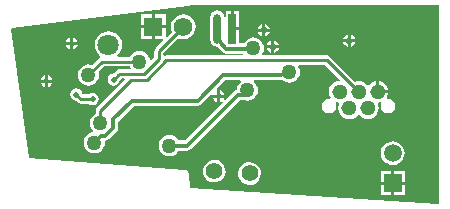
<source format=gtl>
G04*
G04 #@! TF.GenerationSoftware,Altium Limited,Altium Designer,19.1.5 (86)*
G04*
G04 Layer_Physical_Order=1*
G04 Layer_Color=255*
%FSAX24Y24*%
%MOIN*%
G70*
G01*
G75*
%ADD12C,0.0100*%
%ADD24C,0.0709*%
%ADD25O,0.0250X0.1000*%
%ADD26R,0.0250X0.1000*%
%ADD27C,0.0140*%
%ADD28C,0.0620*%
%ADD29R,0.0620X0.0620*%
%ADD30O,0.0512X0.0512*%
%ADD31C,0.0551*%
%ADD32C,0.0591*%
%ADD33R,0.0591X0.0591*%
%ADD34C,0.0500*%
%ADD35C,0.0200*%
%ADD36C,0.0216*%
G36*
X017300Y002237D02*
X017263Y002202D01*
X008991Y002750D01*
X008952Y003213D01*
X008947Y003230D01*
X008945Y003248D01*
X008939Y003258D01*
X008936Y003270D01*
X008925Y003284D01*
X008916Y003300D01*
X008906Y003307D01*
X008899Y003317D01*
X008883Y003325D01*
X008869Y003336D01*
X008857Y003340D01*
X008847Y003346D01*
X008829Y003348D01*
X008812Y003352D01*
X003610Y003749D01*
X003015Y008024D01*
X003045Y008064D01*
X008919Y008798D01*
X008938Y008805D01*
X008959Y008809D01*
X008967Y008814D01*
X008976Y008817D01*
X008991Y008830D01*
X009008Y008842D01*
X009013Y008850D01*
X009014Y008850D01*
X017300D01*
Y002237D01*
D02*
G37*
%LPC*%
G36*
X008181Y008523D02*
X007821D01*
Y008163D01*
X008181D01*
Y008523D01*
D02*
G37*
G36*
X007721D02*
X007361D01*
Y008163D01*
X007721D01*
Y008523D01*
D02*
G37*
G36*
X010625Y008650D02*
X010450D01*
Y008100D01*
X010625D01*
Y008650D01*
D02*
G37*
G36*
X011500Y008202D02*
Y008050D01*
X011652D01*
X011646Y008081D01*
X011600Y008150D01*
X011531Y008196D01*
X011500Y008202D01*
D02*
G37*
G36*
X011400D02*
X011369Y008196D01*
X011300Y008150D01*
X011254Y008081D01*
X011248Y008050D01*
X011400D01*
Y008202D01*
D02*
G37*
G36*
X011652Y007950D02*
X011500D01*
Y007798D01*
X011531Y007804D01*
X011600Y007850D01*
X011646Y007919D01*
X011652Y007950D01*
D02*
G37*
G36*
X011400D02*
X011248D01*
X011254Y007919D01*
X011300Y007850D01*
X011369Y007804D01*
X011400Y007798D01*
Y007950D01*
D02*
G37*
G36*
X007721Y008063D02*
X007361D01*
Y007703D01*
X007721D01*
Y008063D01*
D02*
G37*
G36*
X014350Y007852D02*
Y007700D01*
X014502D01*
X014496Y007731D01*
X014450Y007800D01*
X014381Y007846D01*
X014350Y007852D01*
D02*
G37*
G36*
X014250D02*
X014219Y007846D01*
X014150Y007800D01*
X014104Y007731D01*
X014098Y007700D01*
X014250D01*
Y007852D01*
D02*
G37*
G36*
X009900Y008654D02*
X009812Y008637D01*
X009738Y008587D01*
X009688Y008513D01*
X009671Y008425D01*
Y007675D01*
X009688Y007587D01*
X009738Y007513D01*
X009812Y007463D01*
X009892Y007447D01*
X010082Y007257D01*
X010138Y007220D01*
X010205Y007207D01*
X010205Y007207D01*
X010763D01*
X010765Y007203D01*
X010737Y007153D01*
X008199D01*
X008153Y007144D01*
X008103Y007172D01*
Y007228D01*
X008610Y007735D01*
X008664Y007713D01*
X008771Y007699D01*
X008878Y007713D01*
X008978Y007754D01*
X009064Y007820D01*
X009129Y007906D01*
X009171Y008006D01*
X009185Y008113D01*
X009171Y008220D01*
X009129Y008319D01*
X009064Y008405D01*
X008978Y008471D01*
X008878Y008512D01*
X008771Y008526D01*
X008664Y008512D01*
X008564Y008471D01*
X008479Y008405D01*
X008413Y008319D01*
X008372Y008220D01*
X008358Y008113D01*
X008372Y008006D01*
X008394Y007952D01*
X008227Y007785D01*
X008181Y007804D01*
Y008063D01*
X007821D01*
Y007703D01*
X008080D01*
X008099Y007656D01*
X007842Y007399D01*
X007809Y007350D01*
X007797Y007291D01*
Y007098D01*
X007693Y006993D01*
X007645Y007009D01*
X007641Y007041D01*
X007606Y007127D01*
X007550Y007200D01*
X007477Y007256D01*
X007391Y007291D01*
X007300Y007303D01*
X007209Y007291D01*
X007123Y007256D01*
X007050Y007200D01*
X006994Y007127D01*
X006985Y007103D01*
X006576D01*
X006559Y007153D01*
X006598Y007183D01*
X006671Y007278D01*
X006717Y007389D01*
X006733Y007507D01*
X006717Y007626D01*
X006671Y007737D01*
X006598Y007832D01*
X006504Y007904D01*
X006393Y007950D01*
X006274Y007966D01*
X006156Y007950D01*
X006045Y007904D01*
X005950Y007832D01*
X005878Y007737D01*
X005832Y007626D01*
X005816Y007507D01*
X005832Y007389D01*
X005878Y007278D01*
X005950Y007183D01*
X006001Y007144D01*
X005991Y007091D01*
X005942Y007058D01*
X005715Y006831D01*
X005691Y006841D01*
X005600Y006853D01*
X005509Y006841D01*
X005423Y006806D01*
X005350Y006750D01*
X005294Y006677D01*
X005259Y006591D01*
X005247Y006500D01*
X005259Y006409D01*
X005294Y006323D01*
X005350Y006250D01*
X005423Y006194D01*
X005509Y006159D01*
X005600Y006147D01*
X005691Y006159D01*
X005777Y006194D01*
X005850Y006250D01*
X005906Y006323D01*
X005941Y006409D01*
X005953Y006500D01*
X005941Y006591D01*
X005931Y006615D01*
X006113Y006797D01*
X006985D01*
X006994Y006773D01*
X007014Y006748D01*
X006992Y006703D01*
X006659D01*
X006600Y006691D01*
X006550Y006658D01*
X006445Y006553D01*
X006372Y006538D01*
X006306Y006494D01*
X006262Y006428D01*
X006246Y006350D01*
X006262Y006272D01*
X006306Y006206D01*
X006372Y006162D01*
X006450Y006146D01*
X006528Y006162D01*
X006594Y006206D01*
X006638Y006272D01*
X006649Y006324D01*
X006708Y006383D01*
X006708Y006383D01*
X006722Y006397D01*
X006804D01*
X006823Y006351D01*
X005892Y005419D01*
X005859Y005370D01*
X005847Y005311D01*
Y005215D01*
X005823Y005206D01*
X005750Y005150D01*
X005694Y005077D01*
X005659Y004991D01*
X005647Y004900D01*
X005659Y004809D01*
X005694Y004723D01*
X005750Y004650D01*
X005754Y004647D01*
X005740Y004595D01*
X005709Y004591D01*
X005623Y004556D01*
X005550Y004500D01*
X005494Y004427D01*
X005459Y004341D01*
X005447Y004250D01*
X005459Y004159D01*
X005494Y004073D01*
X005550Y004000D01*
X005623Y003944D01*
X005709Y003909D01*
X005800Y003897D01*
X005891Y003909D01*
X005977Y003944D01*
X006050Y004000D01*
X006106Y004073D01*
X006141Y004159D01*
X006153Y004250D01*
X006149Y004279D01*
X006174Y004307D01*
X006240Y004320D01*
X006297Y004357D01*
X006543Y004603D01*
X006580Y004660D01*
X006593Y004726D01*
Y004948D01*
X007122Y005477D01*
X009250D01*
X009316Y005490D01*
X009373Y005527D01*
X009708Y005862D01*
X009731Y005850D01*
X009900D01*
Y006019D01*
X009888Y006042D01*
X010172Y006327D01*
X010669D01*
X010686Y006277D01*
X010650Y006250D01*
X010594Y006177D01*
X010559Y006091D01*
X010547Y006000D01*
X010547Y005998D01*
X010515Y005991D01*
X010459Y005954D01*
X010149Y005644D01*
X010146Y005643D01*
X010111Y005680D01*
X010138Y005722D01*
X010144Y005750D01*
X010000D01*
Y005606D01*
X010028Y005612D01*
X010070Y005639D01*
X010107Y005604D01*
X010106Y005601D01*
X008828Y004323D01*
X008607D01*
X008606Y004327D01*
X008550Y004400D01*
X008477Y004456D01*
X008391Y004491D01*
X008300Y004503D01*
X008209Y004491D01*
X008123Y004456D01*
X008050Y004400D01*
X007994Y004327D01*
X007959Y004241D01*
X007947Y004150D01*
X007959Y004059D01*
X007994Y003973D01*
X008050Y003900D01*
X008123Y003844D01*
X008209Y003809D01*
X008300Y003797D01*
X008391Y003809D01*
X008477Y003844D01*
X008550Y003900D01*
X008606Y003973D01*
X008607Y003977D01*
X008900D01*
X008966Y003990D01*
X009023Y004027D01*
X010653Y005658D01*
X010818D01*
X010900Y005647D01*
X010991Y005659D01*
X011077Y005694D01*
X011150Y005750D01*
X011206Y005823D01*
X011241Y005909D01*
X011253Y006000D01*
X011241Y006091D01*
X011206Y006177D01*
X011150Y006250D01*
X011114Y006277D01*
X011131Y006327D01*
X012038D01*
X012072Y006334D01*
X012123Y006294D01*
X012209Y006259D01*
X012300Y006247D01*
X012391Y006259D01*
X012477Y006294D01*
X012550Y006350D01*
X012606Y006423D01*
X012641Y006509D01*
X012653Y006600D01*
X012641Y006691D01*
X012606Y006777D01*
X012586Y006802D01*
X012608Y006847D01*
X013495D01*
X013990Y006352D01*
X013967Y006304D01*
X013888Y006294D01*
X013802Y006258D01*
X013727Y006201D01*
X013670Y006127D01*
X013634Y006040D01*
X013622Y005947D01*
X013634Y005854D01*
X013670Y005768D01*
X013678Y005758D01*
X013649Y005713D01*
X013627Y005717D01*
X013534Y005699D01*
X013455Y005646D01*
X013403Y005568D01*
X013384Y005475D01*
X013403Y005382D01*
X013455Y005303D01*
X013534Y005251D01*
X013627Y005232D01*
X013720Y005251D01*
X013798Y005303D01*
X013851Y005382D01*
X013869Y005475D01*
X013852Y005561D01*
X013870Y005586D01*
X013889Y005600D01*
X013939Y005594D01*
X013970Y005539D01*
X013949Y005489D01*
X013937Y005396D01*
X013949Y005303D01*
X013985Y005217D01*
X014042Y005142D01*
X014117Y005085D01*
X014203Y005049D01*
X014296Y005037D01*
X014389Y005049D01*
X014476Y005085D01*
X014550Y005142D01*
X014580Y005181D01*
X014643D01*
X014672Y005142D01*
X014747Y005085D01*
X014833Y005049D01*
X014926Y005037D01*
X015019Y005049D01*
X015105Y005085D01*
X015180Y005142D01*
X015237Y005217D01*
X015273Y005303D01*
X015285Y005396D01*
X015273Y005489D01*
X015252Y005539D01*
X015283Y005594D01*
X015333Y005600D01*
X015352Y005586D01*
X015370Y005561D01*
X015353Y005475D01*
X015371Y005382D01*
X015424Y005303D01*
X015502Y005251D01*
X015595Y005232D01*
X015688Y005251D01*
X015767Y005303D01*
X015819Y005382D01*
X015838Y005475D01*
X015819Y005568D01*
X015767Y005646D01*
X015688Y005699D01*
X015595Y005717D01*
X015573Y005713D01*
X015544Y005758D01*
X015552Y005768D01*
X015588Y005854D01*
X015593Y005897D01*
X015241D01*
Y005947D01*
X015191D01*
Y006300D01*
X015148Y006294D01*
X015061Y006258D01*
X014987Y006201D01*
X014957Y006162D01*
X014894D01*
X014865Y006201D01*
X014791Y006258D01*
X014704Y006294D01*
X014611Y006306D01*
X014518Y006294D01*
X014492Y006283D01*
X013666Y007108D01*
X013617Y007141D01*
X013558Y007153D01*
X011408D01*
X011386Y007198D01*
X011406Y007223D01*
X011441Y007309D01*
X011453Y007400D01*
X011441Y007491D01*
X011406Y007577D01*
X011350Y007650D01*
X011277Y007706D01*
X011191Y007741D01*
X011100Y007753D01*
X011009Y007741D01*
X010923Y007706D01*
X010850Y007650D01*
X010794Y007577D01*
X010785Y007553D01*
X010625D01*
Y008000D01*
X010400D01*
Y008050D01*
X010350D01*
Y008650D01*
X010175D01*
Y008452D01*
X010125Y008447D01*
X010112Y008513D01*
X010062Y008587D01*
X009988Y008637D01*
X009900Y008654D01*
D02*
G37*
G36*
X005100Y007744D02*
Y007600D01*
X005244D01*
X005238Y007628D01*
X005194Y007694D01*
X005128Y007738D01*
X005100Y007744D01*
D02*
G37*
G36*
X005000D02*
X004972Y007738D01*
X004906Y007694D01*
X004862Y007628D01*
X004856Y007600D01*
X005000D01*
Y007744D01*
D02*
G37*
G36*
X011800Y007652D02*
Y007500D01*
X011952D01*
X011946Y007531D01*
X011900Y007600D01*
X011831Y007646D01*
X011800Y007652D01*
D02*
G37*
G36*
X011700D02*
X011669Y007646D01*
X011600Y007600D01*
X011554Y007531D01*
X011548Y007500D01*
X011700D01*
Y007652D01*
D02*
G37*
G36*
X014502Y007600D02*
X014350D01*
Y007448D01*
X014381Y007454D01*
X014450Y007500D01*
X014496Y007569D01*
X014502Y007600D01*
D02*
G37*
G36*
X014250D02*
X014098D01*
X014104Y007569D01*
X014150Y007500D01*
X014219Y007454D01*
X014250Y007448D01*
Y007600D01*
D02*
G37*
G36*
X005244Y007500D02*
X005100D01*
Y007356D01*
X005128Y007362D01*
X005194Y007406D01*
X005238Y007472D01*
X005244Y007500D01*
D02*
G37*
G36*
X005000D02*
X004856D01*
X004862Y007472D01*
X004906Y007406D01*
X004972Y007362D01*
X005000Y007356D01*
Y007500D01*
D02*
G37*
G36*
X011952Y007400D02*
X011800D01*
Y007248D01*
X011831Y007254D01*
X011900Y007300D01*
X011946Y007369D01*
X011952Y007400D01*
D02*
G37*
G36*
X011700D02*
X011548D01*
X011554Y007369D01*
X011600Y007300D01*
X011669Y007254D01*
X011700Y007248D01*
Y007400D01*
D02*
G37*
G36*
X004250Y006494D02*
Y006350D01*
X004394D01*
X004388Y006378D01*
X004344Y006444D01*
X004278Y006488D01*
X004250Y006494D01*
D02*
G37*
G36*
X004150D02*
X004122Y006488D01*
X004056Y006444D01*
X004012Y006378D01*
X004006Y006350D01*
X004150D01*
Y006494D01*
D02*
G37*
G36*
X004394Y006250D02*
X004250D01*
Y006106D01*
X004278Y006112D01*
X004344Y006156D01*
X004388Y006222D01*
X004394Y006250D01*
D02*
G37*
G36*
X004150D02*
X004006D01*
X004012Y006222D01*
X004056Y006156D01*
X004122Y006112D01*
X004150Y006106D01*
Y006250D01*
D02*
G37*
G36*
X015291Y006300D02*
Y005997D01*
X015593D01*
X015588Y006040D01*
X015552Y006127D01*
X015495Y006201D01*
X015420Y006258D01*
X015334Y006294D01*
X015291Y006300D01*
D02*
G37*
G36*
X010000Y005994D02*
Y005850D01*
X010144D01*
X010138Y005878D01*
X010094Y005944D01*
X010028Y005988D01*
X010000Y005994D01*
D02*
G37*
G36*
X009900Y005750D02*
X009756D01*
X009762Y005722D01*
X009806Y005656D01*
X009872Y005612D01*
X009900Y005606D01*
Y005750D01*
D02*
G37*
G36*
X005200Y006054D02*
X005122Y006038D01*
X005056Y005994D01*
X005012Y005928D01*
X004996Y005850D01*
X005012Y005772D01*
X005056Y005706D01*
X005122Y005662D01*
X005185Y005649D01*
X005242Y005592D01*
X005291Y005559D01*
X005350Y005547D01*
X005619D01*
X005672Y005512D01*
X005750Y005496D01*
X005828Y005512D01*
X005894Y005556D01*
X005938Y005622D01*
X005954Y005700D01*
X005938Y005778D01*
X005894Y005844D01*
X005828Y005888D01*
X005750Y005904D01*
X005672Y005888D01*
X005619Y005853D01*
X005413D01*
X005401Y005865D01*
X005388Y005928D01*
X005344Y005994D01*
X005278Y006038D01*
X005200Y006054D01*
D02*
G37*
G36*
X015750Y004299D02*
X015647Y004285D01*
X015551Y004245D01*
X015468Y004182D01*
X015405Y004099D01*
X015365Y004003D01*
X015351Y003900D01*
X015365Y003797D01*
X015405Y003701D01*
X015468Y003618D01*
X015551Y003555D01*
X015647Y003515D01*
X015750Y003501D01*
X015853Y003515D01*
X015949Y003555D01*
X016032Y003618D01*
X016095Y003701D01*
X016135Y003797D01*
X016149Y003900D01*
X016135Y004003D01*
X016095Y004099D01*
X016032Y004182D01*
X015949Y004245D01*
X015853Y004285D01*
X015750Y004299D01*
D02*
G37*
G36*
X016145Y003295D02*
X015800D01*
Y002950D01*
X016145D01*
Y003295D01*
D02*
G37*
G36*
X015700D02*
X015355D01*
Y002950D01*
X015700D01*
Y003295D01*
D02*
G37*
G36*
X009825Y003678D02*
X009726Y003672D01*
X009632Y003640D01*
X009550Y003585D01*
X009485Y003510D01*
X009441Y003422D01*
X009422Y003325D01*
X009428Y003226D01*
X009460Y003132D01*
X009515Y003050D01*
X009590Y002985D01*
X009678Y002941D01*
X009775Y002922D01*
X009874Y002928D01*
X009968Y002960D01*
X010050Y003015D01*
X010115Y003090D01*
X010159Y003178D01*
X010178Y003275D01*
X010172Y003374D01*
X010140Y003468D01*
X010085Y003550D01*
X010010Y003615D01*
X009922Y003659D01*
X009825Y003678D01*
D02*
G37*
G36*
X011003Y003601D02*
X010905Y003594D01*
X010811Y003563D01*
X010729Y003508D01*
X010664Y003433D01*
X010620Y003345D01*
X010601Y003248D01*
X010607Y003149D01*
X010639Y003055D01*
X010694Y002973D01*
X010768Y002908D01*
X010857Y002864D01*
X010954Y002845D01*
X011052Y002851D01*
X011146Y002883D01*
X011228Y002938D01*
X011294Y003012D01*
X011337Y003101D01*
X011357Y003198D01*
X011350Y003297D01*
X011318Y003390D01*
X011263Y003473D01*
X011189Y003538D01*
X011100Y003581D01*
X011003Y003601D01*
D02*
G37*
G36*
X016145Y002850D02*
X015800D01*
Y002505D01*
X016145D01*
Y002850D01*
D02*
G37*
G36*
X015700D02*
X015355D01*
Y002505D01*
X015700D01*
Y002850D01*
D02*
G37*
%LPD*%
D12*
X006050Y006950D02*
X007300D01*
X005600Y006500D02*
X006050Y006950D01*
X006454Y006346D02*
X006600Y006491D01*
X005200Y005850D02*
X005350Y005700D01*
X005750D01*
X006450Y006350D02*
X006454Y006346D01*
X006600Y006491D02*
X006659Y006550D01*
X007466D01*
X007039Y006350D02*
X007549D01*
X007466Y006550D02*
X007950Y007034D01*
Y007291D01*
X008771Y008113D01*
X007549Y006350D02*
X008199Y007000D01*
X013558D01*
X006000Y005311D02*
X007039Y006350D01*
X006000Y004900D02*
Y005311D01*
X013558Y007000D02*
X014611Y005947D01*
X014611D01*
D24*
X006274Y007507D02*
D03*
D25*
X009900Y008050D02*
D03*
D26*
X010400D02*
D03*
D27*
X008300Y004150D02*
X008900D01*
X010581Y005831D01*
X006420Y005020D02*
X007050Y005650D01*
X006030Y004480D02*
X006174D01*
X005800Y004250D02*
X006030Y004480D01*
X006420Y004726D02*
Y005020D01*
X006174Y004480D02*
X006420Y004726D01*
X007050Y005650D02*
X009250D01*
X010100Y006500D01*
X012038D01*
X010900Y005900D02*
Y006000D01*
X010831Y005831D02*
X010900Y005900D01*
X013981Y005947D02*
X013981D01*
X009985Y007600D02*
Y007620D01*
Y007600D02*
X010205Y007380D01*
X011080D02*
X011100Y007400D01*
X010205Y007380D02*
X011080D01*
X009900Y007705D02*
X009985Y007620D01*
X009900Y007705D02*
Y008050D01*
Y008395D01*
X010581Y005831D02*
X010831D01*
D28*
X008771Y008113D02*
D03*
D29*
X007771D02*
D03*
D30*
X014926Y005396D02*
D03*
X015241Y005947D02*
D03*
X014611D02*
D03*
X013981D02*
D03*
X014296Y005396D02*
D03*
D31*
X010979Y003223D02*
D03*
X009800Y003300D02*
D03*
D32*
X015750Y003900D02*
D03*
D33*
Y002900D02*
D03*
D34*
X007300Y006950D02*
D03*
X008300Y004150D02*
D03*
X006000Y004900D02*
D03*
X005800Y004250D02*
D03*
X012300Y006600D02*
D03*
X010900Y006000D02*
D03*
X005600Y006500D02*
D03*
X011100Y007400D02*
D03*
D35*
X004200Y006300D02*
D03*
X005050Y007550D02*
D03*
X005200Y005850D02*
D03*
X005750Y005700D02*
D03*
X009950Y005800D02*
D03*
X006450Y006350D02*
D03*
D36*
X011750Y007450D02*
D03*
X011450Y008000D02*
D03*
X014300Y007650D02*
D03*
M02*

</source>
